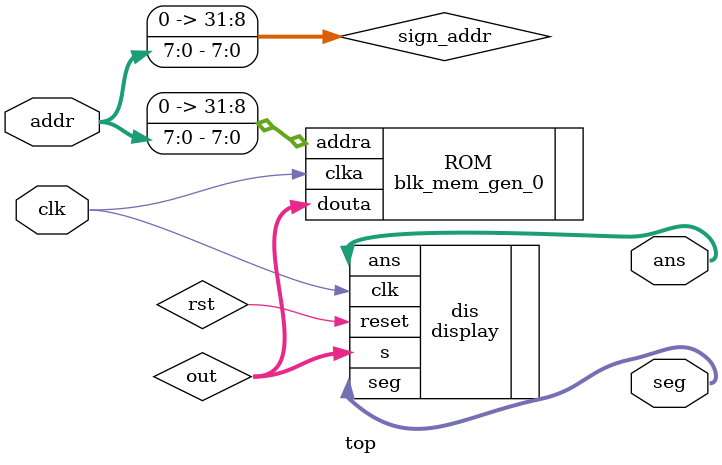
<source format=v>
`timescale 1ns / 1ps


module top(
	input wire[7:0] addr,
	input wire clk,
	output wire[6:0] seg,
	output wire[7:0] ans
    );
	wire [31:0]sign_addr;
	wire [31:0]out;
	assign sign_addr={24'h000000,addr[7:0]};
	blk_mem_gen_0 ROM(.addra(sign_addr),.clka(clk),.douta(out));
	display dis(.clk(clk),.reset(rst),.s(out),.seg(seg),.ans(ans));
endmodule

</source>
